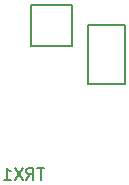
<source format=gbo>
G04 #@! TF.FileFunction,Legend,Bot*
%FSLAX46Y46*%
G04 Gerber Fmt 4.6, Leading zero omitted, Abs format (unit mm)*
G04 Created by KiCad (PCBNEW 4.0.7-e2-6376~58~ubuntu17.04.1) date Fri Apr 27 15:57:42 2018*
%MOMM*%
%LPD*%
G01*
G04 APERTURE LIST*
%ADD10C,0.100000*%
%ADD11C,0.150000*%
G04 APERTURE END LIST*
D10*
D11*
X152039700Y-79544140D02*
X152039700Y-76044140D01*
X148539700Y-79544140D02*
X148539700Y-76044140D01*
X148539700Y-79544140D02*
X152039700Y-79544140D01*
X148539700Y-76044140D02*
X152039700Y-76044140D01*
X156539700Y-82744140D02*
X156539700Y-77744140D01*
X153339700Y-82744140D02*
X153339700Y-77744140D01*
X153339700Y-82744140D02*
X156539700Y-82744140D01*
X153339700Y-77744140D02*
X156539700Y-77744140D01*
X149638095Y-89852381D02*
X149066666Y-89852381D01*
X149352381Y-90852381D02*
X149352381Y-89852381D01*
X148161904Y-90852381D02*
X148495238Y-90376190D01*
X148733333Y-90852381D02*
X148733333Y-89852381D01*
X148352380Y-89852381D01*
X148257142Y-89900000D01*
X148209523Y-89947619D01*
X148161904Y-90042857D01*
X148161904Y-90185714D01*
X148209523Y-90280952D01*
X148257142Y-90328571D01*
X148352380Y-90376190D01*
X148733333Y-90376190D01*
X147828571Y-89852381D02*
X147161904Y-90852381D01*
X147161904Y-89852381D02*
X147828571Y-90852381D01*
X146257142Y-90852381D02*
X146828571Y-90852381D01*
X146542857Y-90852381D02*
X146542857Y-89852381D01*
X146638095Y-89995238D01*
X146733333Y-90090476D01*
X146828571Y-90138095D01*
M02*

</source>
